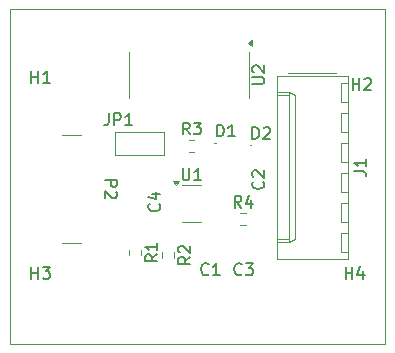
<source format=gbr>
%TF.GenerationSoftware,KiCad,Pcbnew,8.0.8*%
%TF.CreationDate,2025-06-30T12:02:42+05:30*%
%TF.ProjectId,Serial Basic CH340C,53657269-616c-4204-9261-736963204348,rev?*%
%TF.SameCoordinates,Original*%
%TF.FileFunction,Legend,Top*%
%TF.FilePolarity,Positive*%
%FSLAX46Y46*%
G04 Gerber Fmt 4.6, Leading zero omitted, Abs format (unit mm)*
G04 Created by KiCad (PCBNEW 8.0.8) date 2025-06-30 12:02:42*
%MOMM*%
%LPD*%
G01*
G04 APERTURE LIST*
%ADD10C,0.150000*%
%ADD11C,0.120000*%
%ADD12C,0.100000*%
%TA.AperFunction,Profile*%
%ADD13C,0.050000*%
%TD*%
G04 APERTURE END LIST*
D10*
X124354819Y-53761904D02*
X125164342Y-53761904D01*
X125164342Y-53761904D02*
X125259580Y-53714285D01*
X125259580Y-53714285D02*
X125307200Y-53666666D01*
X125307200Y-53666666D02*
X125354819Y-53571428D01*
X125354819Y-53571428D02*
X125354819Y-53380952D01*
X125354819Y-53380952D02*
X125307200Y-53285714D01*
X125307200Y-53285714D02*
X125259580Y-53238095D01*
X125259580Y-53238095D02*
X125164342Y-53190476D01*
X125164342Y-53190476D02*
X124354819Y-53190476D01*
X124450057Y-52761904D02*
X124402438Y-52714285D01*
X124402438Y-52714285D02*
X124354819Y-52619047D01*
X124354819Y-52619047D02*
X124354819Y-52380952D01*
X124354819Y-52380952D02*
X124402438Y-52285714D01*
X124402438Y-52285714D02*
X124450057Y-52238095D01*
X124450057Y-52238095D02*
X124545295Y-52190476D01*
X124545295Y-52190476D02*
X124640533Y-52190476D01*
X124640533Y-52190476D02*
X124783390Y-52238095D01*
X124783390Y-52238095D02*
X125354819Y-52809523D01*
X125354819Y-52809523D02*
X125354819Y-52190476D01*
X120633333Y-69849580D02*
X120585714Y-69897200D01*
X120585714Y-69897200D02*
X120442857Y-69944819D01*
X120442857Y-69944819D02*
X120347619Y-69944819D01*
X120347619Y-69944819D02*
X120204762Y-69897200D01*
X120204762Y-69897200D02*
X120109524Y-69801961D01*
X120109524Y-69801961D02*
X120061905Y-69706723D01*
X120061905Y-69706723D02*
X120014286Y-69516247D01*
X120014286Y-69516247D02*
X120014286Y-69373390D01*
X120014286Y-69373390D02*
X120061905Y-69182914D01*
X120061905Y-69182914D02*
X120109524Y-69087676D01*
X120109524Y-69087676D02*
X120204762Y-68992438D01*
X120204762Y-68992438D02*
X120347619Y-68944819D01*
X120347619Y-68944819D02*
X120442857Y-68944819D01*
X120442857Y-68944819D02*
X120585714Y-68992438D01*
X120585714Y-68992438D02*
X120633333Y-69040057D01*
X121585714Y-69944819D02*
X121014286Y-69944819D01*
X121300000Y-69944819D02*
X121300000Y-68944819D01*
X121300000Y-68944819D02*
X121204762Y-69087676D01*
X121204762Y-69087676D02*
X121109524Y-69182914D01*
X121109524Y-69182914D02*
X121014286Y-69230533D01*
X105638095Y-53654819D02*
X105638095Y-52654819D01*
X105638095Y-53131009D02*
X106209523Y-53131009D01*
X106209523Y-53654819D02*
X106209523Y-52654819D01*
X107209523Y-53654819D02*
X106638095Y-53654819D01*
X106923809Y-53654819D02*
X106923809Y-52654819D01*
X106923809Y-52654819D02*
X106828571Y-52797676D01*
X106828571Y-52797676D02*
X106733333Y-52892914D01*
X106733333Y-52892914D02*
X106638095Y-52940533D01*
X111875180Y-61911905D02*
X112875180Y-61911905D01*
X112875180Y-61911905D02*
X112875180Y-62292857D01*
X112875180Y-62292857D02*
X112827561Y-62388095D01*
X112827561Y-62388095D02*
X112779942Y-62435714D01*
X112779942Y-62435714D02*
X112684704Y-62483333D01*
X112684704Y-62483333D02*
X112541847Y-62483333D01*
X112541847Y-62483333D02*
X112446609Y-62435714D01*
X112446609Y-62435714D02*
X112398990Y-62388095D01*
X112398990Y-62388095D02*
X112351371Y-62292857D01*
X112351371Y-62292857D02*
X112351371Y-61911905D01*
X112779942Y-62864286D02*
X112827561Y-62911905D01*
X112827561Y-62911905D02*
X112875180Y-63007143D01*
X112875180Y-63007143D02*
X112875180Y-63245238D01*
X112875180Y-63245238D02*
X112827561Y-63340476D01*
X112827561Y-63340476D02*
X112779942Y-63388095D01*
X112779942Y-63388095D02*
X112684704Y-63435714D01*
X112684704Y-63435714D02*
X112589466Y-63435714D01*
X112589466Y-63435714D02*
X112446609Y-63388095D01*
X112446609Y-63388095D02*
X111875180Y-62816667D01*
X111875180Y-62816667D02*
X111875180Y-63435714D01*
X132238095Y-70254819D02*
X132238095Y-69254819D01*
X132238095Y-69731009D02*
X132809523Y-69731009D01*
X132809523Y-70254819D02*
X132809523Y-69254819D01*
X133714285Y-69588152D02*
X133714285Y-70254819D01*
X133476190Y-69207200D02*
X133238095Y-69921485D01*
X133238095Y-69921485D02*
X133857142Y-69921485D01*
X119084819Y-68391666D02*
X118608628Y-68724999D01*
X119084819Y-68963094D02*
X118084819Y-68963094D01*
X118084819Y-68963094D02*
X118084819Y-68582142D01*
X118084819Y-68582142D02*
X118132438Y-68486904D01*
X118132438Y-68486904D02*
X118180057Y-68439285D01*
X118180057Y-68439285D02*
X118275295Y-68391666D01*
X118275295Y-68391666D02*
X118418152Y-68391666D01*
X118418152Y-68391666D02*
X118513390Y-68439285D01*
X118513390Y-68439285D02*
X118561009Y-68486904D01*
X118561009Y-68486904D02*
X118608628Y-68582142D01*
X118608628Y-68582142D02*
X118608628Y-68963094D01*
X118180057Y-68010713D02*
X118132438Y-67963094D01*
X118132438Y-67963094D02*
X118084819Y-67867856D01*
X118084819Y-67867856D02*
X118084819Y-67629761D01*
X118084819Y-67629761D02*
X118132438Y-67534523D01*
X118132438Y-67534523D02*
X118180057Y-67486904D01*
X118180057Y-67486904D02*
X118275295Y-67439285D01*
X118275295Y-67439285D02*
X118370533Y-67439285D01*
X118370533Y-67439285D02*
X118513390Y-67486904D01*
X118513390Y-67486904D02*
X119084819Y-68058332D01*
X119084819Y-68058332D02*
X119084819Y-67439285D01*
X119033333Y-58024819D02*
X118700000Y-57548628D01*
X118461905Y-58024819D02*
X118461905Y-57024819D01*
X118461905Y-57024819D02*
X118842857Y-57024819D01*
X118842857Y-57024819D02*
X118938095Y-57072438D01*
X118938095Y-57072438D02*
X118985714Y-57120057D01*
X118985714Y-57120057D02*
X119033333Y-57215295D01*
X119033333Y-57215295D02*
X119033333Y-57358152D01*
X119033333Y-57358152D02*
X118985714Y-57453390D01*
X118985714Y-57453390D02*
X118938095Y-57501009D01*
X118938095Y-57501009D02*
X118842857Y-57548628D01*
X118842857Y-57548628D02*
X118461905Y-57548628D01*
X119366667Y-57024819D02*
X119985714Y-57024819D01*
X119985714Y-57024819D02*
X119652381Y-57405771D01*
X119652381Y-57405771D02*
X119795238Y-57405771D01*
X119795238Y-57405771D02*
X119890476Y-57453390D01*
X119890476Y-57453390D02*
X119938095Y-57501009D01*
X119938095Y-57501009D02*
X119985714Y-57596247D01*
X119985714Y-57596247D02*
X119985714Y-57834342D01*
X119985714Y-57834342D02*
X119938095Y-57929580D01*
X119938095Y-57929580D02*
X119890476Y-57977200D01*
X119890476Y-57977200D02*
X119795238Y-58024819D01*
X119795238Y-58024819D02*
X119509524Y-58024819D01*
X119509524Y-58024819D02*
X119414286Y-57977200D01*
X119414286Y-57977200D02*
X119366667Y-57929580D01*
X124341905Y-58404819D02*
X124341905Y-57404819D01*
X124341905Y-57404819D02*
X124580000Y-57404819D01*
X124580000Y-57404819D02*
X124722857Y-57452438D01*
X124722857Y-57452438D02*
X124818095Y-57547676D01*
X124818095Y-57547676D02*
X124865714Y-57642914D01*
X124865714Y-57642914D02*
X124913333Y-57833390D01*
X124913333Y-57833390D02*
X124913333Y-57976247D01*
X124913333Y-57976247D02*
X124865714Y-58166723D01*
X124865714Y-58166723D02*
X124818095Y-58261961D01*
X124818095Y-58261961D02*
X124722857Y-58357200D01*
X124722857Y-58357200D02*
X124580000Y-58404819D01*
X124580000Y-58404819D02*
X124341905Y-58404819D01*
X125294286Y-57500057D02*
X125341905Y-57452438D01*
X125341905Y-57452438D02*
X125437143Y-57404819D01*
X125437143Y-57404819D02*
X125675238Y-57404819D01*
X125675238Y-57404819D02*
X125770476Y-57452438D01*
X125770476Y-57452438D02*
X125818095Y-57500057D01*
X125818095Y-57500057D02*
X125865714Y-57595295D01*
X125865714Y-57595295D02*
X125865714Y-57690533D01*
X125865714Y-57690533D02*
X125818095Y-57833390D01*
X125818095Y-57833390D02*
X125246667Y-58404819D01*
X125246667Y-58404819D02*
X125865714Y-58404819D01*
X125249580Y-62026666D02*
X125297200Y-62074285D01*
X125297200Y-62074285D02*
X125344819Y-62217142D01*
X125344819Y-62217142D02*
X125344819Y-62312380D01*
X125344819Y-62312380D02*
X125297200Y-62455237D01*
X125297200Y-62455237D02*
X125201961Y-62550475D01*
X125201961Y-62550475D02*
X125106723Y-62598094D01*
X125106723Y-62598094D02*
X124916247Y-62645713D01*
X124916247Y-62645713D02*
X124773390Y-62645713D01*
X124773390Y-62645713D02*
X124582914Y-62598094D01*
X124582914Y-62598094D02*
X124487676Y-62550475D01*
X124487676Y-62550475D02*
X124392438Y-62455237D01*
X124392438Y-62455237D02*
X124344819Y-62312380D01*
X124344819Y-62312380D02*
X124344819Y-62217142D01*
X124344819Y-62217142D02*
X124392438Y-62074285D01*
X124392438Y-62074285D02*
X124440057Y-62026666D01*
X124440057Y-61645713D02*
X124392438Y-61598094D01*
X124392438Y-61598094D02*
X124344819Y-61502856D01*
X124344819Y-61502856D02*
X124344819Y-61264761D01*
X124344819Y-61264761D02*
X124392438Y-61169523D01*
X124392438Y-61169523D02*
X124440057Y-61121904D01*
X124440057Y-61121904D02*
X124535295Y-61074285D01*
X124535295Y-61074285D02*
X124630533Y-61074285D01*
X124630533Y-61074285D02*
X124773390Y-61121904D01*
X124773390Y-61121904D02*
X125344819Y-61693332D01*
X125344819Y-61693332D02*
X125344819Y-61074285D01*
X105638095Y-70254819D02*
X105638095Y-69254819D01*
X105638095Y-69731009D02*
X106209523Y-69731009D01*
X106209523Y-70254819D02*
X106209523Y-69254819D01*
X106590476Y-69254819D02*
X107209523Y-69254819D01*
X107209523Y-69254819D02*
X106876190Y-69635771D01*
X106876190Y-69635771D02*
X107019047Y-69635771D01*
X107019047Y-69635771D02*
X107114285Y-69683390D01*
X107114285Y-69683390D02*
X107161904Y-69731009D01*
X107161904Y-69731009D02*
X107209523Y-69826247D01*
X107209523Y-69826247D02*
X107209523Y-70064342D01*
X107209523Y-70064342D02*
X107161904Y-70159580D01*
X107161904Y-70159580D02*
X107114285Y-70207200D01*
X107114285Y-70207200D02*
X107019047Y-70254819D01*
X107019047Y-70254819D02*
X106733333Y-70254819D01*
X106733333Y-70254819D02*
X106638095Y-70207200D01*
X106638095Y-70207200D02*
X106590476Y-70159580D01*
X116449580Y-63906666D02*
X116497200Y-63954285D01*
X116497200Y-63954285D02*
X116544819Y-64097142D01*
X116544819Y-64097142D02*
X116544819Y-64192380D01*
X116544819Y-64192380D02*
X116497200Y-64335237D01*
X116497200Y-64335237D02*
X116401961Y-64430475D01*
X116401961Y-64430475D02*
X116306723Y-64478094D01*
X116306723Y-64478094D02*
X116116247Y-64525713D01*
X116116247Y-64525713D02*
X115973390Y-64525713D01*
X115973390Y-64525713D02*
X115782914Y-64478094D01*
X115782914Y-64478094D02*
X115687676Y-64430475D01*
X115687676Y-64430475D02*
X115592438Y-64335237D01*
X115592438Y-64335237D02*
X115544819Y-64192380D01*
X115544819Y-64192380D02*
X115544819Y-64097142D01*
X115544819Y-64097142D02*
X115592438Y-63954285D01*
X115592438Y-63954285D02*
X115640057Y-63906666D01*
X115878152Y-63049523D02*
X116544819Y-63049523D01*
X115497200Y-63287618D02*
X116211485Y-63525713D01*
X116211485Y-63525713D02*
X116211485Y-62906666D01*
X123408333Y-64224819D02*
X123075000Y-63748628D01*
X122836905Y-64224819D02*
X122836905Y-63224819D01*
X122836905Y-63224819D02*
X123217857Y-63224819D01*
X123217857Y-63224819D02*
X123313095Y-63272438D01*
X123313095Y-63272438D02*
X123360714Y-63320057D01*
X123360714Y-63320057D02*
X123408333Y-63415295D01*
X123408333Y-63415295D02*
X123408333Y-63558152D01*
X123408333Y-63558152D02*
X123360714Y-63653390D01*
X123360714Y-63653390D02*
X123313095Y-63701009D01*
X123313095Y-63701009D02*
X123217857Y-63748628D01*
X123217857Y-63748628D02*
X122836905Y-63748628D01*
X124265476Y-63558152D02*
X124265476Y-64224819D01*
X124027381Y-63177200D02*
X123789286Y-63891485D01*
X123789286Y-63891485D02*
X124408333Y-63891485D01*
X116284819Y-68191666D02*
X115808628Y-68524999D01*
X116284819Y-68763094D02*
X115284819Y-68763094D01*
X115284819Y-68763094D02*
X115284819Y-68382142D01*
X115284819Y-68382142D02*
X115332438Y-68286904D01*
X115332438Y-68286904D02*
X115380057Y-68239285D01*
X115380057Y-68239285D02*
X115475295Y-68191666D01*
X115475295Y-68191666D02*
X115618152Y-68191666D01*
X115618152Y-68191666D02*
X115713390Y-68239285D01*
X115713390Y-68239285D02*
X115761009Y-68286904D01*
X115761009Y-68286904D02*
X115808628Y-68382142D01*
X115808628Y-68382142D02*
X115808628Y-68763094D01*
X116284819Y-67239285D02*
X116284819Y-67810713D01*
X116284819Y-67524999D02*
X115284819Y-67524999D01*
X115284819Y-67524999D02*
X115427676Y-67620237D01*
X115427676Y-67620237D02*
X115522914Y-67715475D01*
X115522914Y-67715475D02*
X115570533Y-67810713D01*
X121341905Y-58204819D02*
X121341905Y-57204819D01*
X121341905Y-57204819D02*
X121580000Y-57204819D01*
X121580000Y-57204819D02*
X121722857Y-57252438D01*
X121722857Y-57252438D02*
X121818095Y-57347676D01*
X121818095Y-57347676D02*
X121865714Y-57442914D01*
X121865714Y-57442914D02*
X121913333Y-57633390D01*
X121913333Y-57633390D02*
X121913333Y-57776247D01*
X121913333Y-57776247D02*
X121865714Y-57966723D01*
X121865714Y-57966723D02*
X121818095Y-58061961D01*
X121818095Y-58061961D02*
X121722857Y-58157200D01*
X121722857Y-58157200D02*
X121580000Y-58204819D01*
X121580000Y-58204819D02*
X121341905Y-58204819D01*
X122865714Y-58204819D02*
X122294286Y-58204819D01*
X122580000Y-58204819D02*
X122580000Y-57204819D01*
X122580000Y-57204819D02*
X122484762Y-57347676D01*
X122484762Y-57347676D02*
X122389524Y-57442914D01*
X122389524Y-57442914D02*
X122294286Y-57490533D01*
X118438095Y-60904819D02*
X118438095Y-61714342D01*
X118438095Y-61714342D02*
X118485714Y-61809580D01*
X118485714Y-61809580D02*
X118533333Y-61857200D01*
X118533333Y-61857200D02*
X118628571Y-61904819D01*
X118628571Y-61904819D02*
X118819047Y-61904819D01*
X118819047Y-61904819D02*
X118914285Y-61857200D01*
X118914285Y-61857200D02*
X118961904Y-61809580D01*
X118961904Y-61809580D02*
X119009523Y-61714342D01*
X119009523Y-61714342D02*
X119009523Y-60904819D01*
X120009523Y-61904819D02*
X119438095Y-61904819D01*
X119723809Y-61904819D02*
X119723809Y-60904819D01*
X119723809Y-60904819D02*
X119628571Y-61047676D01*
X119628571Y-61047676D02*
X119533333Y-61142914D01*
X119533333Y-61142914D02*
X119438095Y-61190533D01*
X123433333Y-69849580D02*
X123385714Y-69897200D01*
X123385714Y-69897200D02*
X123242857Y-69944819D01*
X123242857Y-69944819D02*
X123147619Y-69944819D01*
X123147619Y-69944819D02*
X123004762Y-69897200D01*
X123004762Y-69897200D02*
X122909524Y-69801961D01*
X122909524Y-69801961D02*
X122861905Y-69706723D01*
X122861905Y-69706723D02*
X122814286Y-69516247D01*
X122814286Y-69516247D02*
X122814286Y-69373390D01*
X122814286Y-69373390D02*
X122861905Y-69182914D01*
X122861905Y-69182914D02*
X122909524Y-69087676D01*
X122909524Y-69087676D02*
X123004762Y-68992438D01*
X123004762Y-68992438D02*
X123147619Y-68944819D01*
X123147619Y-68944819D02*
X123242857Y-68944819D01*
X123242857Y-68944819D02*
X123385714Y-68992438D01*
X123385714Y-68992438D02*
X123433333Y-69040057D01*
X123766667Y-68944819D02*
X124385714Y-68944819D01*
X124385714Y-68944819D02*
X124052381Y-69325771D01*
X124052381Y-69325771D02*
X124195238Y-69325771D01*
X124195238Y-69325771D02*
X124290476Y-69373390D01*
X124290476Y-69373390D02*
X124338095Y-69421009D01*
X124338095Y-69421009D02*
X124385714Y-69516247D01*
X124385714Y-69516247D02*
X124385714Y-69754342D01*
X124385714Y-69754342D02*
X124338095Y-69849580D01*
X124338095Y-69849580D02*
X124290476Y-69897200D01*
X124290476Y-69897200D02*
X124195238Y-69944819D01*
X124195238Y-69944819D02*
X123909524Y-69944819D01*
X123909524Y-69944819D02*
X123814286Y-69897200D01*
X123814286Y-69897200D02*
X123766667Y-69849580D01*
X132838095Y-54254819D02*
X132838095Y-53254819D01*
X132838095Y-53731009D02*
X133409523Y-53731009D01*
X133409523Y-54254819D02*
X133409523Y-53254819D01*
X133838095Y-53350057D02*
X133885714Y-53302438D01*
X133885714Y-53302438D02*
X133980952Y-53254819D01*
X133980952Y-53254819D02*
X134219047Y-53254819D01*
X134219047Y-53254819D02*
X134314285Y-53302438D01*
X134314285Y-53302438D02*
X134361904Y-53350057D01*
X134361904Y-53350057D02*
X134409523Y-53445295D01*
X134409523Y-53445295D02*
X134409523Y-53540533D01*
X134409523Y-53540533D02*
X134361904Y-53683390D01*
X134361904Y-53683390D02*
X133790476Y-54254819D01*
X133790476Y-54254819D02*
X134409523Y-54254819D01*
X112166666Y-56254819D02*
X112166666Y-56969104D01*
X112166666Y-56969104D02*
X112119047Y-57111961D01*
X112119047Y-57111961D02*
X112023809Y-57207200D01*
X112023809Y-57207200D02*
X111880952Y-57254819D01*
X111880952Y-57254819D02*
X111785714Y-57254819D01*
X112642857Y-57254819D02*
X112642857Y-56254819D01*
X112642857Y-56254819D02*
X113023809Y-56254819D01*
X113023809Y-56254819D02*
X113119047Y-56302438D01*
X113119047Y-56302438D02*
X113166666Y-56350057D01*
X113166666Y-56350057D02*
X113214285Y-56445295D01*
X113214285Y-56445295D02*
X113214285Y-56588152D01*
X113214285Y-56588152D02*
X113166666Y-56683390D01*
X113166666Y-56683390D02*
X113119047Y-56731009D01*
X113119047Y-56731009D02*
X113023809Y-56778628D01*
X113023809Y-56778628D02*
X112642857Y-56778628D01*
X114166666Y-57254819D02*
X113595238Y-57254819D01*
X113880952Y-57254819D02*
X113880952Y-56254819D01*
X113880952Y-56254819D02*
X113785714Y-56397676D01*
X113785714Y-56397676D02*
X113690476Y-56492914D01*
X113690476Y-56492914D02*
X113595238Y-56540533D01*
X132974819Y-61143333D02*
X133689104Y-61143333D01*
X133689104Y-61143333D02*
X133831961Y-61190952D01*
X133831961Y-61190952D02*
X133927200Y-61286190D01*
X133927200Y-61286190D02*
X133974819Y-61429047D01*
X133974819Y-61429047D02*
X133974819Y-61524285D01*
X133974819Y-60143333D02*
X133974819Y-60714761D01*
X133974819Y-60429047D02*
X132974819Y-60429047D01*
X132974819Y-60429047D02*
X133117676Y-60524285D01*
X133117676Y-60524285D02*
X133212914Y-60619523D01*
X133212914Y-60619523D02*
X133260533Y-60714761D01*
D11*
%TO.C,U2*%
X113940000Y-53000000D02*
X113940000Y-51050000D01*
X113940000Y-53000000D02*
X113940000Y-54950000D01*
X124060000Y-53000000D02*
X124060000Y-51050000D01*
X124060000Y-53000000D02*
X124060000Y-54950000D01*
X124335000Y-50540000D02*
X124005000Y-50300000D01*
X124335000Y-50060000D01*
X124335000Y-50540000D01*
G36*
X124335000Y-50540000D02*
G01*
X124005000Y-50300000D01*
X124335000Y-50060000D01*
X124335000Y-50540000D01*
G37*
%TO.C,P2*%
X109870000Y-58050000D02*
X108240000Y-58050000D01*
X109870000Y-67250000D02*
X108240000Y-67250000D01*
%TO.C,R2*%
X116677500Y-67987742D02*
X116677500Y-68462258D01*
X117722500Y-67987742D02*
X117722500Y-68462258D01*
%TO.C,R3*%
X118962742Y-58477500D02*
X119437258Y-58477500D01*
X118962742Y-59522500D02*
X119437258Y-59522500D01*
D12*
%TO.C,D2*%
X124270000Y-59000000D02*
G75*
G02*
X124170000Y-59000000I-50000J0D01*
G01*
X124170000Y-59000000D02*
G75*
G02*
X124270000Y-59000000I50000J0D01*
G01*
D11*
%TO.C,R4*%
X123337742Y-64677500D02*
X123812258Y-64677500D01*
X123337742Y-65722500D02*
X123812258Y-65722500D01*
%TO.C,R1*%
X113877500Y-67787742D02*
X113877500Y-68262258D01*
X114922500Y-67787742D02*
X114922500Y-68262258D01*
D12*
%TO.C,D1*%
X121270000Y-58800000D02*
G75*
G02*
X121170000Y-58800000I-50000J0D01*
G01*
X121170000Y-58800000D02*
G75*
G02*
X121270000Y-58800000I50000J0D01*
G01*
D11*
%TO.C,U1*%
X119200000Y-62290000D02*
X118400000Y-62290000D01*
X119200000Y-62290000D02*
X120000000Y-62290000D01*
X119200000Y-65410000D02*
X118400000Y-65410000D01*
X119200000Y-65410000D02*
X120000000Y-65410000D01*
X117900000Y-62340000D02*
X117660000Y-62010000D01*
X118140000Y-62010000D01*
X117900000Y-62340000D01*
G36*
X117900000Y-62340000D02*
G01*
X117660000Y-62010000D01*
X118140000Y-62010000D01*
X117900000Y-62340000D01*
G37*
%TO.C,JP1*%
X112750000Y-57800000D02*
X116850000Y-57800000D01*
X112750000Y-59800000D02*
X112750000Y-57800000D01*
X116850000Y-57800000D02*
X116850000Y-59800000D01*
X116850000Y-59800000D02*
X112750000Y-59800000D01*
%TO.C,J1*%
X126410000Y-53080000D02*
X126410000Y-68540000D01*
X126410000Y-54460000D02*
X127410000Y-54460000D01*
X126410000Y-54710000D02*
X127410000Y-54710000D01*
X126410000Y-66910000D02*
X127410000Y-66910000D01*
X126410000Y-68540000D02*
X132430000Y-68540000D01*
X127410000Y-54460000D02*
X127410000Y-67160000D01*
X127410000Y-54460000D02*
X127940000Y-54710000D01*
X127410000Y-67160000D02*
X126410000Y-67160000D01*
X127940000Y-54710000D02*
X127940000Y-66910000D01*
X127940000Y-66910000D02*
X127410000Y-67160000D01*
X131400000Y-52790000D02*
X127400000Y-52790000D01*
X131830000Y-53660000D02*
X131830000Y-55260000D01*
X131830000Y-55260000D02*
X132430000Y-55260000D01*
X131830000Y-56200000D02*
X131830000Y-57800000D01*
X131830000Y-57800000D02*
X132430000Y-57800000D01*
X131830000Y-58740000D02*
X131830000Y-60340000D01*
X131830000Y-60340000D02*
X132430000Y-60340000D01*
X131830000Y-61280000D02*
X131830000Y-62880000D01*
X131830000Y-62880000D02*
X132430000Y-62880000D01*
X131830000Y-63820000D02*
X131830000Y-65420000D01*
X131830000Y-65420000D02*
X132430000Y-65420000D01*
X131830000Y-66360000D02*
X131830000Y-67960000D01*
X131830000Y-67960000D02*
X132430000Y-67960000D01*
X132430000Y-53080000D02*
X126410000Y-53080000D01*
X132430000Y-53660000D02*
X131830000Y-53660000D01*
X132430000Y-56200000D02*
X131830000Y-56200000D01*
X132430000Y-58740000D02*
X131830000Y-58740000D01*
X132430000Y-61280000D02*
X131830000Y-61280000D01*
X132430000Y-63820000D02*
X131830000Y-63820000D01*
X132430000Y-66360000D02*
X131830000Y-66360000D01*
X132430000Y-68540000D02*
X132430000Y-53080000D01*
%TD*%
D13*
X103800000Y-47400000D02*
X135600000Y-47400000D01*
X135600000Y-75800000D01*
X103800000Y-75800000D01*
X103800000Y-47400000D01*
M02*

</source>
